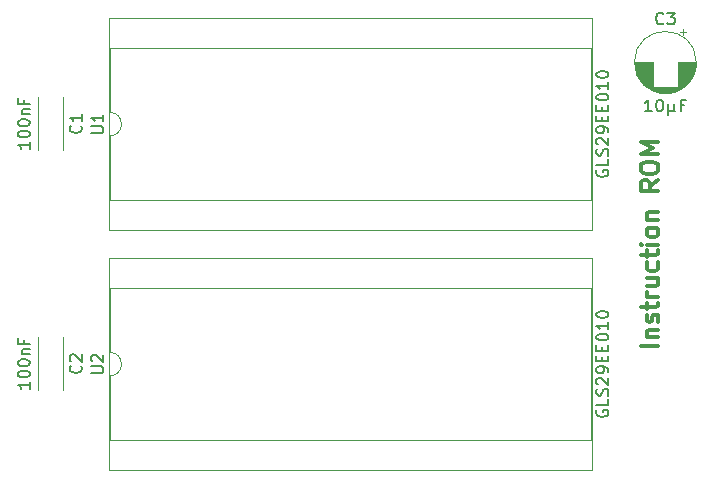
<source format=gbr>
G04 #@! TF.GenerationSoftware,KiCad,Pcbnew,(5.1.0-0)*
G04 #@! TF.CreationDate,2019-10-08T22:08:56-07:00*
G04 #@! TF.ProjectId,InstructionROMDaughterBoard,496e7374-7275-4637-9469-6f6e524f4d44,rev?*
G04 #@! TF.SameCoordinates,Original*
G04 #@! TF.FileFunction,Legend,Top*
G04 #@! TF.FilePolarity,Positive*
%FSLAX46Y46*%
G04 Gerber Fmt 4.6, Leading zero omitted, Abs format (unit mm)*
G04 Created by KiCad (PCBNEW (5.1.0-0)) date 2019-10-08 22:08:56*
%MOMM*%
%LPD*%
G04 APERTURE LIST*
%ADD10C,0.300000*%
%ADD11C,0.120000*%
%ADD12C,0.150000*%
G04 APERTURE END LIST*
D10*
X169588571Y-86077142D02*
X168088571Y-86077142D01*
X168588571Y-85362857D02*
X169588571Y-85362857D01*
X168731428Y-85362857D02*
X168660000Y-85291428D01*
X168588571Y-85148571D01*
X168588571Y-84934285D01*
X168660000Y-84791428D01*
X168802857Y-84720000D01*
X169588571Y-84720000D01*
X169517142Y-84077142D02*
X169588571Y-83934285D01*
X169588571Y-83648571D01*
X169517142Y-83505714D01*
X169374285Y-83434285D01*
X169302857Y-83434285D01*
X169160000Y-83505714D01*
X169088571Y-83648571D01*
X169088571Y-83862857D01*
X169017142Y-84005714D01*
X168874285Y-84077142D01*
X168802857Y-84077142D01*
X168660000Y-84005714D01*
X168588571Y-83862857D01*
X168588571Y-83648571D01*
X168660000Y-83505714D01*
X168588571Y-83005714D02*
X168588571Y-82434285D01*
X168088571Y-82791428D02*
X169374285Y-82791428D01*
X169517142Y-82720000D01*
X169588571Y-82577142D01*
X169588571Y-82434285D01*
X169588571Y-81934285D02*
X168588571Y-81934285D01*
X168874285Y-81934285D02*
X168731428Y-81862857D01*
X168660000Y-81791428D01*
X168588571Y-81648571D01*
X168588571Y-81505714D01*
X168588571Y-80362857D02*
X169588571Y-80362857D01*
X168588571Y-81005714D02*
X169374285Y-81005714D01*
X169517142Y-80934285D01*
X169588571Y-80791428D01*
X169588571Y-80577142D01*
X169517142Y-80434285D01*
X169445714Y-80362857D01*
X169517142Y-79005714D02*
X169588571Y-79148571D01*
X169588571Y-79434285D01*
X169517142Y-79577142D01*
X169445714Y-79648571D01*
X169302857Y-79720000D01*
X168874285Y-79720000D01*
X168731428Y-79648571D01*
X168660000Y-79577142D01*
X168588571Y-79434285D01*
X168588571Y-79148571D01*
X168660000Y-79005714D01*
X168588571Y-78577142D02*
X168588571Y-78005714D01*
X168088571Y-78362857D02*
X169374285Y-78362857D01*
X169517142Y-78291428D01*
X169588571Y-78148571D01*
X169588571Y-78005714D01*
X169588571Y-77505714D02*
X168588571Y-77505714D01*
X168088571Y-77505714D02*
X168160000Y-77577142D01*
X168231428Y-77505714D01*
X168160000Y-77434285D01*
X168088571Y-77505714D01*
X168231428Y-77505714D01*
X169588571Y-76577142D02*
X169517142Y-76720000D01*
X169445714Y-76791428D01*
X169302857Y-76862857D01*
X168874285Y-76862857D01*
X168731428Y-76791428D01*
X168660000Y-76720000D01*
X168588571Y-76577142D01*
X168588571Y-76362857D01*
X168660000Y-76220000D01*
X168731428Y-76148571D01*
X168874285Y-76077142D01*
X169302857Y-76077142D01*
X169445714Y-76148571D01*
X169517142Y-76220000D01*
X169588571Y-76362857D01*
X169588571Y-76577142D01*
X168588571Y-75434285D02*
X169588571Y-75434285D01*
X168731428Y-75434285D02*
X168660000Y-75362857D01*
X168588571Y-75220000D01*
X168588571Y-75005714D01*
X168660000Y-74862857D01*
X168802857Y-74791428D01*
X169588571Y-74791428D01*
X169588571Y-72077142D02*
X168874285Y-72577142D01*
X169588571Y-72934285D02*
X168088571Y-72934285D01*
X168088571Y-72362857D01*
X168160000Y-72220000D01*
X168231428Y-72148571D01*
X168374285Y-72077142D01*
X168588571Y-72077142D01*
X168731428Y-72148571D01*
X168802857Y-72220000D01*
X168874285Y-72362857D01*
X168874285Y-72934285D01*
X168088571Y-71148571D02*
X168088571Y-70862857D01*
X168160000Y-70720000D01*
X168302857Y-70577142D01*
X168588571Y-70505714D01*
X169088571Y-70505714D01*
X169374285Y-70577142D01*
X169517142Y-70720000D01*
X169588571Y-70862857D01*
X169588571Y-71148571D01*
X169517142Y-71291428D01*
X169374285Y-71434285D01*
X169088571Y-71505714D01*
X168588571Y-71505714D01*
X168302857Y-71434285D01*
X168160000Y-71291428D01*
X168088571Y-71148571D01*
X169588571Y-69862857D02*
X168088571Y-69862857D01*
X169160000Y-69362857D01*
X168088571Y-68862857D01*
X169588571Y-68862857D01*
D11*
X171905000Y-59532225D02*
X171405000Y-59532225D01*
X171655000Y-59282225D02*
X171655000Y-59782225D01*
X170464000Y-64688000D02*
X169896000Y-64688000D01*
X170698000Y-64648000D02*
X169662000Y-64648000D01*
X170857000Y-64608000D02*
X169503000Y-64608000D01*
X170985000Y-64568000D02*
X169375000Y-64568000D01*
X171095000Y-64528000D02*
X169265000Y-64528000D01*
X171191000Y-64488000D02*
X169169000Y-64488000D01*
X171278000Y-64448000D02*
X169082000Y-64448000D01*
X171358000Y-64408000D02*
X169002000Y-64408000D01*
X171431000Y-64368000D02*
X168929000Y-64368000D01*
X171499000Y-64328000D02*
X168861000Y-64328000D01*
X171563000Y-64288000D02*
X168797000Y-64288000D01*
X171623000Y-64248000D02*
X168737000Y-64248000D01*
X171680000Y-64208000D02*
X168680000Y-64208000D01*
X171734000Y-64168000D02*
X168626000Y-64168000D01*
X171785000Y-64128000D02*
X168575000Y-64128000D01*
X169140000Y-64088000D02*
X168527000Y-64088000D01*
X171833000Y-64088000D02*
X171220000Y-64088000D01*
X169140000Y-64048000D02*
X168481000Y-64048000D01*
X171879000Y-64048000D02*
X171220000Y-64048000D01*
X169140000Y-64008000D02*
X168437000Y-64008000D01*
X171923000Y-64008000D02*
X171220000Y-64008000D01*
X169140000Y-63968000D02*
X168395000Y-63968000D01*
X171965000Y-63968000D02*
X171220000Y-63968000D01*
X169140000Y-63928000D02*
X168354000Y-63928000D01*
X172006000Y-63928000D02*
X171220000Y-63928000D01*
X169140000Y-63888000D02*
X168316000Y-63888000D01*
X172044000Y-63888000D02*
X171220000Y-63888000D01*
X169140000Y-63848000D02*
X168279000Y-63848000D01*
X172081000Y-63848000D02*
X171220000Y-63848000D01*
X169140000Y-63808000D02*
X168243000Y-63808000D01*
X172117000Y-63808000D02*
X171220000Y-63808000D01*
X169140000Y-63768000D02*
X168209000Y-63768000D01*
X172151000Y-63768000D02*
X171220000Y-63768000D01*
X169140000Y-63728000D02*
X168176000Y-63728000D01*
X172184000Y-63728000D02*
X171220000Y-63728000D01*
X169140000Y-63688000D02*
X168145000Y-63688000D01*
X172215000Y-63688000D02*
X171220000Y-63688000D01*
X169140000Y-63648000D02*
X168115000Y-63648000D01*
X172245000Y-63648000D02*
X171220000Y-63648000D01*
X169140000Y-63608000D02*
X168085000Y-63608000D01*
X172275000Y-63608000D02*
X171220000Y-63608000D01*
X169140000Y-63568000D02*
X168058000Y-63568000D01*
X172302000Y-63568000D02*
X171220000Y-63568000D01*
X169140000Y-63528000D02*
X168031000Y-63528000D01*
X172329000Y-63528000D02*
X171220000Y-63528000D01*
X169140000Y-63488000D02*
X168005000Y-63488000D01*
X172355000Y-63488000D02*
X171220000Y-63488000D01*
X169140000Y-63448000D02*
X167980000Y-63448000D01*
X172380000Y-63448000D02*
X171220000Y-63448000D01*
X169140000Y-63408000D02*
X167956000Y-63408000D01*
X172404000Y-63408000D02*
X171220000Y-63408000D01*
X169140000Y-63368000D02*
X167933000Y-63368000D01*
X172427000Y-63368000D02*
X171220000Y-63368000D01*
X169140000Y-63328000D02*
X167912000Y-63328000D01*
X172448000Y-63328000D02*
X171220000Y-63328000D01*
X169140000Y-63288000D02*
X167890000Y-63288000D01*
X172470000Y-63288000D02*
X171220000Y-63288000D01*
X169140000Y-63248000D02*
X167870000Y-63248000D01*
X172490000Y-63248000D02*
X171220000Y-63248000D01*
X169140000Y-63208000D02*
X167851000Y-63208000D01*
X172509000Y-63208000D02*
X171220000Y-63208000D01*
X169140000Y-63168000D02*
X167832000Y-63168000D01*
X172528000Y-63168000D02*
X171220000Y-63168000D01*
X169140000Y-63128000D02*
X167815000Y-63128000D01*
X172545000Y-63128000D02*
X171220000Y-63128000D01*
X169140000Y-63088000D02*
X167798000Y-63088000D01*
X172562000Y-63088000D02*
X171220000Y-63088000D01*
X169140000Y-63048000D02*
X167782000Y-63048000D01*
X172578000Y-63048000D02*
X171220000Y-63048000D01*
X169140000Y-63008000D02*
X167766000Y-63008000D01*
X172594000Y-63008000D02*
X171220000Y-63008000D01*
X169140000Y-62968000D02*
X167752000Y-62968000D01*
X172608000Y-62968000D02*
X171220000Y-62968000D01*
X169140000Y-62928000D02*
X167738000Y-62928000D01*
X172622000Y-62928000D02*
X171220000Y-62928000D01*
X169140000Y-62888000D02*
X167725000Y-62888000D01*
X172635000Y-62888000D02*
X171220000Y-62888000D01*
X169140000Y-62848000D02*
X167712000Y-62848000D01*
X172648000Y-62848000D02*
X171220000Y-62848000D01*
X169140000Y-62808000D02*
X167700000Y-62808000D01*
X172660000Y-62808000D02*
X171220000Y-62808000D01*
X169140000Y-62767000D02*
X167689000Y-62767000D01*
X172671000Y-62767000D02*
X171220000Y-62767000D01*
X169140000Y-62727000D02*
X167679000Y-62727000D01*
X172681000Y-62727000D02*
X171220000Y-62727000D01*
X169140000Y-62687000D02*
X167669000Y-62687000D01*
X172691000Y-62687000D02*
X171220000Y-62687000D01*
X169140000Y-62647000D02*
X167660000Y-62647000D01*
X172700000Y-62647000D02*
X171220000Y-62647000D01*
X169140000Y-62607000D02*
X167652000Y-62607000D01*
X172708000Y-62607000D02*
X171220000Y-62607000D01*
X169140000Y-62567000D02*
X167644000Y-62567000D01*
X172716000Y-62567000D02*
X171220000Y-62567000D01*
X169140000Y-62527000D02*
X167637000Y-62527000D01*
X172723000Y-62527000D02*
X171220000Y-62527000D01*
X169140000Y-62487000D02*
X167630000Y-62487000D01*
X172730000Y-62487000D02*
X171220000Y-62487000D01*
X169140000Y-62447000D02*
X167624000Y-62447000D01*
X172736000Y-62447000D02*
X171220000Y-62447000D01*
X169140000Y-62407000D02*
X167619000Y-62407000D01*
X172741000Y-62407000D02*
X171220000Y-62407000D01*
X169140000Y-62367000D02*
X167615000Y-62367000D01*
X172745000Y-62367000D02*
X171220000Y-62367000D01*
X169140000Y-62327000D02*
X167611000Y-62327000D01*
X172749000Y-62327000D02*
X171220000Y-62327000D01*
X169140000Y-62287000D02*
X167607000Y-62287000D01*
X172753000Y-62287000D02*
X171220000Y-62287000D01*
X169140000Y-62247000D02*
X167604000Y-62247000D01*
X172756000Y-62247000D02*
X171220000Y-62247000D01*
X169140000Y-62207000D02*
X167602000Y-62207000D01*
X172758000Y-62207000D02*
X171220000Y-62207000D01*
X169140000Y-62167000D02*
X167601000Y-62167000D01*
X172759000Y-62167000D02*
X171220000Y-62167000D01*
X172760000Y-62127000D02*
X171220000Y-62127000D01*
X169140000Y-62127000D02*
X167600000Y-62127000D01*
X172760000Y-62087000D02*
X171220000Y-62087000D01*
X169140000Y-62087000D02*
X167600000Y-62087000D01*
X172800000Y-62087000D02*
G75*
G03X172800000Y-62087000I-2620000J0D01*
G01*
X123070000Y-78680000D02*
X123070000Y-96580000D01*
X163950000Y-78680000D02*
X123070000Y-78680000D01*
X163950000Y-96580000D02*
X163950000Y-78680000D01*
X123070000Y-96580000D02*
X163950000Y-96580000D01*
X123130000Y-81170000D02*
X123130000Y-86630000D01*
X163890000Y-81170000D02*
X123130000Y-81170000D01*
X163890000Y-94090000D02*
X163890000Y-81170000D01*
X123130000Y-94090000D02*
X163890000Y-94090000D01*
X123130000Y-88630000D02*
X123130000Y-94090000D01*
X123130000Y-86630000D02*
G75*
G02X123130000Y-88630000I0J-1000000D01*
G01*
X123070000Y-58360000D02*
X123070000Y-76260000D01*
X163950000Y-58360000D02*
X123070000Y-58360000D01*
X163950000Y-76260000D02*
X163950000Y-58360000D01*
X123070000Y-76260000D02*
X163950000Y-76260000D01*
X123130000Y-60850000D02*
X123130000Y-66310000D01*
X163890000Y-60850000D02*
X123130000Y-60850000D01*
X163890000Y-73770000D02*
X163890000Y-60850000D01*
X123130000Y-73770000D02*
X163890000Y-73770000D01*
X123130000Y-68310000D02*
X123130000Y-73770000D01*
X123130000Y-66310000D02*
G75*
G02X123130000Y-68310000I0J-1000000D01*
G01*
X117055000Y-89860000D02*
X117040000Y-89860000D01*
X119180000Y-89860000D02*
X119165000Y-89860000D01*
X117055000Y-85320000D02*
X117040000Y-85320000D01*
X119180000Y-85320000D02*
X119165000Y-85320000D01*
X117040000Y-85320000D02*
X117040000Y-89860000D01*
X119180000Y-85320000D02*
X119180000Y-89860000D01*
X117055000Y-69540000D02*
X117040000Y-69540000D01*
X119180000Y-69540000D02*
X119165000Y-69540000D01*
X117055000Y-65000000D02*
X117040000Y-65000000D01*
X119180000Y-65000000D02*
X119165000Y-65000000D01*
X117040000Y-65000000D02*
X117040000Y-69540000D01*
X119180000Y-65000000D02*
X119180000Y-69540000D01*
D12*
X170013333Y-58777142D02*
X169965714Y-58824761D01*
X169822857Y-58872380D01*
X169727619Y-58872380D01*
X169584761Y-58824761D01*
X169489523Y-58729523D01*
X169441904Y-58634285D01*
X169394285Y-58443809D01*
X169394285Y-58300952D01*
X169441904Y-58110476D01*
X169489523Y-58015238D01*
X169584761Y-57920000D01*
X169727619Y-57872380D01*
X169822857Y-57872380D01*
X169965714Y-57920000D01*
X170013333Y-57967619D01*
X170346666Y-57872380D02*
X170965714Y-57872380D01*
X170632380Y-58253333D01*
X170775238Y-58253333D01*
X170870476Y-58300952D01*
X170918095Y-58348571D01*
X170965714Y-58443809D01*
X170965714Y-58681904D01*
X170918095Y-58777142D01*
X170870476Y-58824761D01*
X170775238Y-58872380D01*
X170489523Y-58872380D01*
X170394285Y-58824761D01*
X170346666Y-58777142D01*
X169037142Y-66238380D02*
X168465714Y-66238380D01*
X168751428Y-66238380D02*
X168751428Y-65238380D01*
X168656190Y-65381238D01*
X168560952Y-65476476D01*
X168465714Y-65524095D01*
X169656190Y-65238380D02*
X169751428Y-65238380D01*
X169846666Y-65286000D01*
X169894285Y-65333619D01*
X169941904Y-65428857D01*
X169989523Y-65619333D01*
X169989523Y-65857428D01*
X169941904Y-66047904D01*
X169894285Y-66143142D01*
X169846666Y-66190761D01*
X169751428Y-66238380D01*
X169656190Y-66238380D01*
X169560952Y-66190761D01*
X169513333Y-66143142D01*
X169465714Y-66047904D01*
X169418095Y-65857428D01*
X169418095Y-65619333D01*
X169465714Y-65428857D01*
X169513333Y-65333619D01*
X169560952Y-65286000D01*
X169656190Y-65238380D01*
X170418095Y-65571714D02*
X170418095Y-66571714D01*
X170894285Y-66095523D02*
X170941904Y-66190761D01*
X171037142Y-66238380D01*
X170418095Y-66095523D02*
X170465714Y-66190761D01*
X170560952Y-66238380D01*
X170751428Y-66238380D01*
X170846666Y-66190761D01*
X170894285Y-66095523D01*
X170894285Y-65571714D01*
X171799047Y-65714571D02*
X171465714Y-65714571D01*
X171465714Y-66238380D02*
X171465714Y-65238380D01*
X171941904Y-65238380D01*
X121582380Y-88391904D02*
X122391904Y-88391904D01*
X122487142Y-88344285D01*
X122534761Y-88296666D01*
X122582380Y-88201428D01*
X122582380Y-88010952D01*
X122534761Y-87915714D01*
X122487142Y-87868095D01*
X122391904Y-87820476D01*
X121582380Y-87820476D01*
X121677619Y-87391904D02*
X121630000Y-87344285D01*
X121582380Y-87249047D01*
X121582380Y-87010952D01*
X121630000Y-86915714D01*
X121677619Y-86868095D01*
X121772857Y-86820476D01*
X121868095Y-86820476D01*
X122010952Y-86868095D01*
X122582380Y-87439523D01*
X122582380Y-86820476D01*
X164390000Y-91534761D02*
X164342380Y-91630000D01*
X164342380Y-91772857D01*
X164390000Y-91915714D01*
X164485238Y-92010952D01*
X164580476Y-92058571D01*
X164770952Y-92106190D01*
X164913809Y-92106190D01*
X165104285Y-92058571D01*
X165199523Y-92010952D01*
X165294761Y-91915714D01*
X165342380Y-91772857D01*
X165342380Y-91677619D01*
X165294761Y-91534761D01*
X165247142Y-91487142D01*
X164913809Y-91487142D01*
X164913809Y-91677619D01*
X165342380Y-90582380D02*
X165342380Y-91058571D01*
X164342380Y-91058571D01*
X165294761Y-90296666D02*
X165342380Y-90153809D01*
X165342380Y-89915714D01*
X165294761Y-89820476D01*
X165247142Y-89772857D01*
X165151904Y-89725238D01*
X165056666Y-89725238D01*
X164961428Y-89772857D01*
X164913809Y-89820476D01*
X164866190Y-89915714D01*
X164818571Y-90106190D01*
X164770952Y-90201428D01*
X164723333Y-90249047D01*
X164628095Y-90296666D01*
X164532857Y-90296666D01*
X164437619Y-90249047D01*
X164390000Y-90201428D01*
X164342380Y-90106190D01*
X164342380Y-89868095D01*
X164390000Y-89725238D01*
X164437619Y-89344285D02*
X164390000Y-89296666D01*
X164342380Y-89201428D01*
X164342380Y-88963333D01*
X164390000Y-88868095D01*
X164437619Y-88820476D01*
X164532857Y-88772857D01*
X164628095Y-88772857D01*
X164770952Y-88820476D01*
X165342380Y-89391904D01*
X165342380Y-88772857D01*
X165342380Y-88296666D02*
X165342380Y-88106190D01*
X165294761Y-88010952D01*
X165247142Y-87963333D01*
X165104285Y-87868095D01*
X164913809Y-87820476D01*
X164532857Y-87820476D01*
X164437619Y-87868095D01*
X164390000Y-87915714D01*
X164342380Y-88010952D01*
X164342380Y-88201428D01*
X164390000Y-88296666D01*
X164437619Y-88344285D01*
X164532857Y-88391904D01*
X164770952Y-88391904D01*
X164866190Y-88344285D01*
X164913809Y-88296666D01*
X164961428Y-88201428D01*
X164961428Y-88010952D01*
X164913809Y-87915714D01*
X164866190Y-87868095D01*
X164770952Y-87820476D01*
X164818571Y-87391904D02*
X164818571Y-87058571D01*
X165342380Y-86915714D02*
X165342380Y-87391904D01*
X164342380Y-87391904D01*
X164342380Y-86915714D01*
X164818571Y-86487142D02*
X164818571Y-86153809D01*
X165342380Y-86010952D02*
X165342380Y-86487142D01*
X164342380Y-86487142D01*
X164342380Y-86010952D01*
X164342380Y-85391904D02*
X164342380Y-85296666D01*
X164390000Y-85201428D01*
X164437619Y-85153809D01*
X164532857Y-85106190D01*
X164723333Y-85058571D01*
X164961428Y-85058571D01*
X165151904Y-85106190D01*
X165247142Y-85153809D01*
X165294761Y-85201428D01*
X165342380Y-85296666D01*
X165342380Y-85391904D01*
X165294761Y-85487142D01*
X165247142Y-85534761D01*
X165151904Y-85582380D01*
X164961428Y-85630000D01*
X164723333Y-85630000D01*
X164532857Y-85582380D01*
X164437619Y-85534761D01*
X164390000Y-85487142D01*
X164342380Y-85391904D01*
X165342380Y-84106190D02*
X165342380Y-84677619D01*
X165342380Y-84391904D02*
X164342380Y-84391904D01*
X164485238Y-84487142D01*
X164580476Y-84582380D01*
X164628095Y-84677619D01*
X164342380Y-83487142D02*
X164342380Y-83391904D01*
X164390000Y-83296666D01*
X164437619Y-83249047D01*
X164532857Y-83201428D01*
X164723333Y-83153809D01*
X164961428Y-83153809D01*
X165151904Y-83201428D01*
X165247142Y-83249047D01*
X165294761Y-83296666D01*
X165342380Y-83391904D01*
X165342380Y-83487142D01*
X165294761Y-83582380D01*
X165247142Y-83630000D01*
X165151904Y-83677619D01*
X164961428Y-83725238D01*
X164723333Y-83725238D01*
X164532857Y-83677619D01*
X164437619Y-83630000D01*
X164390000Y-83582380D01*
X164342380Y-83487142D01*
X121582380Y-68071904D02*
X122391904Y-68071904D01*
X122487142Y-68024285D01*
X122534761Y-67976666D01*
X122582380Y-67881428D01*
X122582380Y-67690952D01*
X122534761Y-67595714D01*
X122487142Y-67548095D01*
X122391904Y-67500476D01*
X121582380Y-67500476D01*
X122582380Y-66500476D02*
X122582380Y-67071904D01*
X122582380Y-66786190D02*
X121582380Y-66786190D01*
X121725238Y-66881428D01*
X121820476Y-66976666D01*
X121868095Y-67071904D01*
X164390000Y-71214761D02*
X164342380Y-71310000D01*
X164342380Y-71452857D01*
X164390000Y-71595714D01*
X164485238Y-71690952D01*
X164580476Y-71738571D01*
X164770952Y-71786190D01*
X164913809Y-71786190D01*
X165104285Y-71738571D01*
X165199523Y-71690952D01*
X165294761Y-71595714D01*
X165342380Y-71452857D01*
X165342380Y-71357619D01*
X165294761Y-71214761D01*
X165247142Y-71167142D01*
X164913809Y-71167142D01*
X164913809Y-71357619D01*
X165342380Y-70262380D02*
X165342380Y-70738571D01*
X164342380Y-70738571D01*
X165294761Y-69976666D02*
X165342380Y-69833809D01*
X165342380Y-69595714D01*
X165294761Y-69500476D01*
X165247142Y-69452857D01*
X165151904Y-69405238D01*
X165056666Y-69405238D01*
X164961428Y-69452857D01*
X164913809Y-69500476D01*
X164866190Y-69595714D01*
X164818571Y-69786190D01*
X164770952Y-69881428D01*
X164723333Y-69929047D01*
X164628095Y-69976666D01*
X164532857Y-69976666D01*
X164437619Y-69929047D01*
X164390000Y-69881428D01*
X164342380Y-69786190D01*
X164342380Y-69548095D01*
X164390000Y-69405238D01*
X164437619Y-69024285D02*
X164390000Y-68976666D01*
X164342380Y-68881428D01*
X164342380Y-68643333D01*
X164390000Y-68548095D01*
X164437619Y-68500476D01*
X164532857Y-68452857D01*
X164628095Y-68452857D01*
X164770952Y-68500476D01*
X165342380Y-69071904D01*
X165342380Y-68452857D01*
X165342380Y-67976666D02*
X165342380Y-67786190D01*
X165294761Y-67690952D01*
X165247142Y-67643333D01*
X165104285Y-67548095D01*
X164913809Y-67500476D01*
X164532857Y-67500476D01*
X164437619Y-67548095D01*
X164390000Y-67595714D01*
X164342380Y-67690952D01*
X164342380Y-67881428D01*
X164390000Y-67976666D01*
X164437619Y-68024285D01*
X164532857Y-68071904D01*
X164770952Y-68071904D01*
X164866190Y-68024285D01*
X164913809Y-67976666D01*
X164961428Y-67881428D01*
X164961428Y-67690952D01*
X164913809Y-67595714D01*
X164866190Y-67548095D01*
X164770952Y-67500476D01*
X164818571Y-67071904D02*
X164818571Y-66738571D01*
X165342380Y-66595714D02*
X165342380Y-67071904D01*
X164342380Y-67071904D01*
X164342380Y-66595714D01*
X164818571Y-66167142D02*
X164818571Y-65833809D01*
X165342380Y-65690952D02*
X165342380Y-66167142D01*
X164342380Y-66167142D01*
X164342380Y-65690952D01*
X164342380Y-65071904D02*
X164342380Y-64976666D01*
X164390000Y-64881428D01*
X164437619Y-64833809D01*
X164532857Y-64786190D01*
X164723333Y-64738571D01*
X164961428Y-64738571D01*
X165151904Y-64786190D01*
X165247142Y-64833809D01*
X165294761Y-64881428D01*
X165342380Y-64976666D01*
X165342380Y-65071904D01*
X165294761Y-65167142D01*
X165247142Y-65214761D01*
X165151904Y-65262380D01*
X164961428Y-65310000D01*
X164723333Y-65310000D01*
X164532857Y-65262380D01*
X164437619Y-65214761D01*
X164390000Y-65167142D01*
X164342380Y-65071904D01*
X165342380Y-63786190D02*
X165342380Y-64357619D01*
X165342380Y-64071904D02*
X164342380Y-64071904D01*
X164485238Y-64167142D01*
X164580476Y-64262380D01*
X164628095Y-64357619D01*
X164342380Y-63167142D02*
X164342380Y-63071904D01*
X164390000Y-62976666D01*
X164437619Y-62929047D01*
X164532857Y-62881428D01*
X164723333Y-62833809D01*
X164961428Y-62833809D01*
X165151904Y-62881428D01*
X165247142Y-62929047D01*
X165294761Y-62976666D01*
X165342380Y-63071904D01*
X165342380Y-63167142D01*
X165294761Y-63262380D01*
X165247142Y-63310000D01*
X165151904Y-63357619D01*
X164961428Y-63405238D01*
X164723333Y-63405238D01*
X164532857Y-63357619D01*
X164437619Y-63310000D01*
X164390000Y-63262380D01*
X164342380Y-63167142D01*
X120667142Y-87756666D02*
X120714761Y-87804285D01*
X120762380Y-87947142D01*
X120762380Y-88042380D01*
X120714761Y-88185238D01*
X120619523Y-88280476D01*
X120524285Y-88328095D01*
X120333809Y-88375714D01*
X120190952Y-88375714D01*
X120000476Y-88328095D01*
X119905238Y-88280476D01*
X119810000Y-88185238D01*
X119762380Y-88042380D01*
X119762380Y-87947142D01*
X119810000Y-87804285D01*
X119857619Y-87756666D01*
X119857619Y-87375714D02*
X119810000Y-87328095D01*
X119762380Y-87232857D01*
X119762380Y-86994761D01*
X119810000Y-86899523D01*
X119857619Y-86851904D01*
X119952857Y-86804285D01*
X120048095Y-86804285D01*
X120190952Y-86851904D01*
X120762380Y-87423333D01*
X120762380Y-86804285D01*
X116362380Y-89137619D02*
X116362380Y-89709047D01*
X116362380Y-89423333D02*
X115362380Y-89423333D01*
X115505238Y-89518571D01*
X115600476Y-89613809D01*
X115648095Y-89709047D01*
X115362380Y-88518571D02*
X115362380Y-88423333D01*
X115410000Y-88328095D01*
X115457619Y-88280476D01*
X115552857Y-88232857D01*
X115743333Y-88185238D01*
X115981428Y-88185238D01*
X116171904Y-88232857D01*
X116267142Y-88280476D01*
X116314761Y-88328095D01*
X116362380Y-88423333D01*
X116362380Y-88518571D01*
X116314761Y-88613809D01*
X116267142Y-88661428D01*
X116171904Y-88709047D01*
X115981428Y-88756666D01*
X115743333Y-88756666D01*
X115552857Y-88709047D01*
X115457619Y-88661428D01*
X115410000Y-88613809D01*
X115362380Y-88518571D01*
X115362380Y-87566190D02*
X115362380Y-87470952D01*
X115410000Y-87375714D01*
X115457619Y-87328095D01*
X115552857Y-87280476D01*
X115743333Y-87232857D01*
X115981428Y-87232857D01*
X116171904Y-87280476D01*
X116267142Y-87328095D01*
X116314761Y-87375714D01*
X116362380Y-87470952D01*
X116362380Y-87566190D01*
X116314761Y-87661428D01*
X116267142Y-87709047D01*
X116171904Y-87756666D01*
X115981428Y-87804285D01*
X115743333Y-87804285D01*
X115552857Y-87756666D01*
X115457619Y-87709047D01*
X115410000Y-87661428D01*
X115362380Y-87566190D01*
X115695714Y-86804285D02*
X116362380Y-86804285D01*
X115790952Y-86804285D02*
X115743333Y-86756666D01*
X115695714Y-86661428D01*
X115695714Y-86518571D01*
X115743333Y-86423333D01*
X115838571Y-86375714D01*
X116362380Y-86375714D01*
X115838571Y-85566190D02*
X115838571Y-85899523D01*
X116362380Y-85899523D02*
X115362380Y-85899523D01*
X115362380Y-85423333D01*
X120667142Y-67436666D02*
X120714761Y-67484285D01*
X120762380Y-67627142D01*
X120762380Y-67722380D01*
X120714761Y-67865238D01*
X120619523Y-67960476D01*
X120524285Y-68008095D01*
X120333809Y-68055714D01*
X120190952Y-68055714D01*
X120000476Y-68008095D01*
X119905238Y-67960476D01*
X119810000Y-67865238D01*
X119762380Y-67722380D01*
X119762380Y-67627142D01*
X119810000Y-67484285D01*
X119857619Y-67436666D01*
X120762380Y-66484285D02*
X120762380Y-67055714D01*
X120762380Y-66770000D02*
X119762380Y-66770000D01*
X119905238Y-66865238D01*
X120000476Y-66960476D01*
X120048095Y-67055714D01*
X116362380Y-68817619D02*
X116362380Y-69389047D01*
X116362380Y-69103333D02*
X115362380Y-69103333D01*
X115505238Y-69198571D01*
X115600476Y-69293809D01*
X115648095Y-69389047D01*
X115362380Y-68198571D02*
X115362380Y-68103333D01*
X115410000Y-68008095D01*
X115457619Y-67960476D01*
X115552857Y-67912857D01*
X115743333Y-67865238D01*
X115981428Y-67865238D01*
X116171904Y-67912857D01*
X116267142Y-67960476D01*
X116314761Y-68008095D01*
X116362380Y-68103333D01*
X116362380Y-68198571D01*
X116314761Y-68293809D01*
X116267142Y-68341428D01*
X116171904Y-68389047D01*
X115981428Y-68436666D01*
X115743333Y-68436666D01*
X115552857Y-68389047D01*
X115457619Y-68341428D01*
X115410000Y-68293809D01*
X115362380Y-68198571D01*
X115362380Y-67246190D02*
X115362380Y-67150952D01*
X115410000Y-67055714D01*
X115457619Y-67008095D01*
X115552857Y-66960476D01*
X115743333Y-66912857D01*
X115981428Y-66912857D01*
X116171904Y-66960476D01*
X116267142Y-67008095D01*
X116314761Y-67055714D01*
X116362380Y-67150952D01*
X116362380Y-67246190D01*
X116314761Y-67341428D01*
X116267142Y-67389047D01*
X116171904Y-67436666D01*
X115981428Y-67484285D01*
X115743333Y-67484285D01*
X115552857Y-67436666D01*
X115457619Y-67389047D01*
X115410000Y-67341428D01*
X115362380Y-67246190D01*
X115695714Y-66484285D02*
X116362380Y-66484285D01*
X115790952Y-66484285D02*
X115743333Y-66436666D01*
X115695714Y-66341428D01*
X115695714Y-66198571D01*
X115743333Y-66103333D01*
X115838571Y-66055714D01*
X116362380Y-66055714D01*
X115838571Y-65246190D02*
X115838571Y-65579523D01*
X116362380Y-65579523D02*
X115362380Y-65579523D01*
X115362380Y-65103333D01*
M02*

</source>
